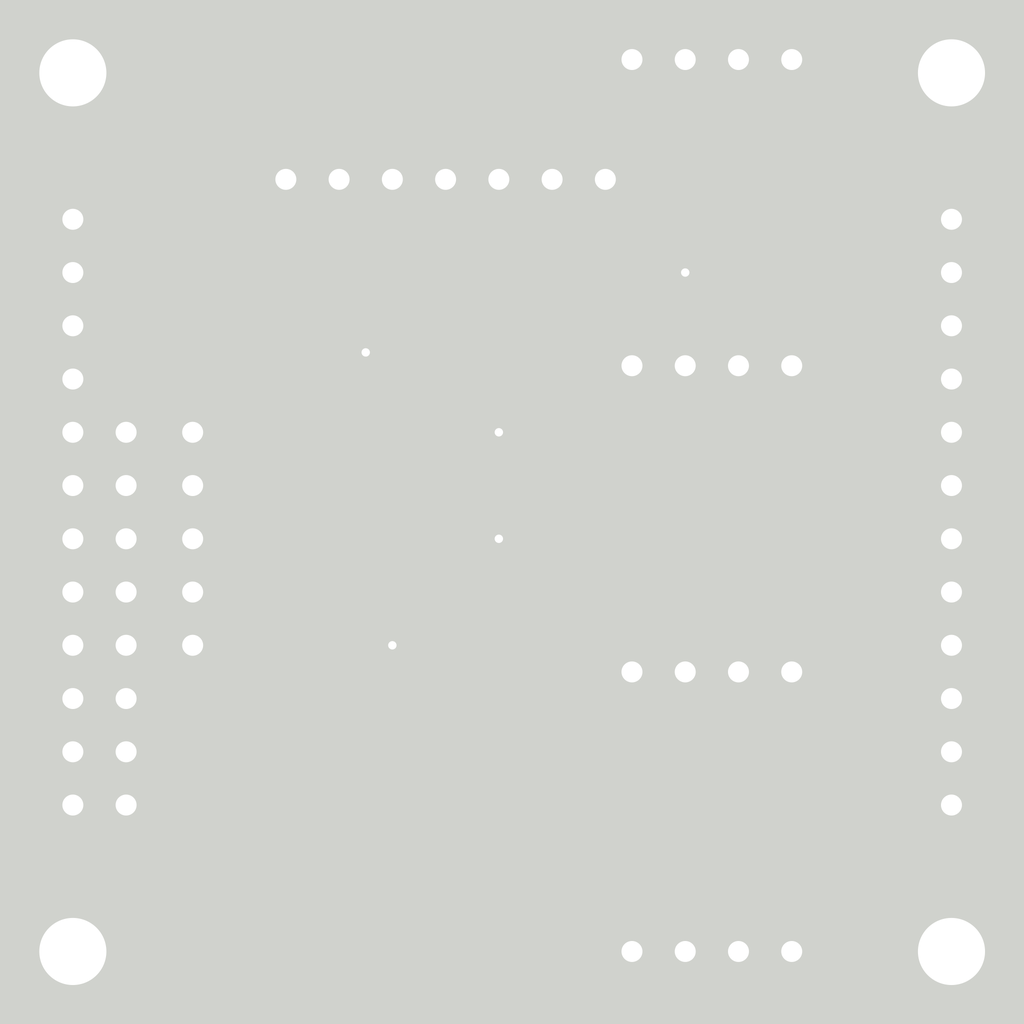
<source format=kicad_pcb>
(kicad_pcb (version 4) (host pcbnew 4.0.7+dfsg1-1~bpo9+1)

  (general
    (links 48)
    (no_connects 0)
    (area 0 0 0 0)
    (thickness 1.6)
    (drawings 20)
    (tracks 97)
    (zones 0)
    (modules 16)
    (nets 17)
  )

  (page A4)
  (layers
    (0 F.Cu signal)
    (31 B.Cu signal)
    (32 B.Adhes user)
    (33 F.Adhes user)
    (34 B.Paste user)
    (35 F.Paste user)
    (36 B.SilkS user)
    (37 F.SilkS user)
    (38 B.Mask user)
    (39 F.Mask user)
    (40 Dwgs.User user)
    (41 Cmts.User user)
    (42 Eco1.User user)
    (43 Eco2.User user)
    (44 Edge.Cuts user hide)
    (45 Margin user)
    (46 B.CrtYd user)
    (47 F.CrtYd user)
    (48 B.Fab user)
    (49 F.Fab user)
  )

  (setup
    (last_trace_width 0.25)
    (user_trace_width 0.5)
    (trace_clearance 0.2)
    (zone_clearance 0.508)
    (zone_45_only no)
    (trace_min 0.2)
    (segment_width 0.2)
    (edge_width 0.1)
    (via_size 0.6)
    (via_drill 0.4)
    (via_min_size 0.4)
    (via_min_drill 0.3)
    (uvia_size 0.3)
    (uvia_drill 0.1)
    (uvias_allowed no)
    (uvia_min_size 0.2)
    (uvia_min_drill 0.1)
    (pcb_text_width 0.3)
    (pcb_text_size 1.5 1.5)
    (mod_edge_width 0.15)
    (mod_text_size 1 1)
    (mod_text_width 0.15)
    (pad_size 1.5 1.5)
    (pad_drill 0.6)
    (pad_to_mask_clearance 0)
    (aux_axis_origin 0 0)
    (visible_elements FFFFFF7F)
    (pcbplotparams
      (layerselection 0x00030_80000001)
      (usegerberextensions false)
      (excludeedgelayer true)
      (linewidth 0.100000)
      (plotframeref false)
      (viasonmask false)
      (mode 1)
      (useauxorigin false)
      (hpglpennumber 1)
      (hpglpenspeed 20)
      (hpglpendiameter 15)
      (hpglpenoverlay 2)
      (psnegative false)
      (psa4output false)
      (plotreference true)
      (plotvalue true)
      (plotinvisibletext false)
      (padsonsilk false)
      (subtractmaskfromsilk false)
      (outputformat 1)
      (mirror false)
      (drillshape 1)
      (scaleselection 1)
      (outputdirectory ""))
  )

  (net 0 "")
  (net 1 /VIN)
  (net 2 /VCC)
  (net 3 /SCL)
  (net 4 /SDA)
  (net 5 /SCK)
  (net 6 /MOSI)
  (net 7 /RESET)
  (net 8 /DC)
  (net 9 /CS)
  (net 10 "Net-(J1-Pad1)")
  (net 11 "Net-(J1-Pad2)")
  (net 12 /MISO)
  (net 13 /D10)
  (net 14 /TXD)
  (net 15 /RXD)
  (net 16 /GND)

  (net_class Default "This is the default net class."
    (clearance 0.2)
    (trace_width 0.25)
    (via_dia 0.6)
    (via_drill 0.4)
    (uvia_dia 0.3)
    (uvia_drill 0.1)
    (add_net /CS)
    (add_net /D10)
    (add_net /DC)
    (add_net /GND)
    (add_net /MISO)
    (add_net /MOSI)
    (add_net /RESET)
    (add_net /RXD)
    (add_net /SCK)
    (add_net /SCL)
    (add_net /SDA)
    (add_net /TXD)
    (add_net /VCC)
    (add_net /VIN)
    (add_net "Net-(J1-Pad1)")
    (add_net "Net-(J1-Pad2)")
  )

  (module Socket_Strips:Socket_Strip_Straight_1x12_Pitch2.54mm (layer F.Cu) (tedit 5ACC9AA7) (tstamp 5ACC94B6)
    (at 128.27 93.345)
    (descr "Through hole straight socket strip, 1x12, 2.54mm pitch, single row")
    (tags "Through hole socket strip THT 1x12 2.54mm single row")
    (path /5ACC9378)
    (fp_text reference I1 (at 0 -2.33) (layer F.SilkS)
      (effects (font (size 1 1) (thickness 0.15)))
    )
    (fp_text value SerialInput (at 3.175 26.67 90) (layer F.Fab)
      (effects (font (size 1 1) (thickness 0.15)))
    )
    (fp_line (start -1.27 -1.27) (end -1.27 29.21) (layer F.Fab) (width 0.1))
    (fp_line (start -1.27 29.21) (end 1.27 29.21) (layer F.Fab) (width 0.1))
    (fp_line (start 1.27 29.21) (end 1.27 -1.27) (layer F.Fab) (width 0.1))
    (fp_line (start 1.27 -1.27) (end -1.27 -1.27) (layer F.Fab) (width 0.1))
    (fp_line (start -1.33 1.27) (end -1.33 29.27) (layer F.SilkS) (width 0.12))
    (fp_line (start -1.33 29.27) (end 1.33 29.27) (layer F.SilkS) (width 0.12))
    (fp_line (start 1.33 29.27) (end 1.33 1.27) (layer F.SilkS) (width 0.12))
    (fp_line (start 1.33 1.27) (end -1.33 1.27) (layer F.SilkS) (width 0.12))
    (fp_line (start -1.33 0) (end -1.33 -1.33) (layer F.SilkS) (width 0.12))
    (fp_line (start -1.33 -1.33) (end 0 -1.33) (layer F.SilkS) (width 0.12))
    (fp_line (start -1.8 -1.8) (end -1.8 29.75) (layer F.CrtYd) (width 0.05))
    (fp_line (start -1.8 29.75) (end 1.8 29.75) (layer F.CrtYd) (width 0.05))
    (fp_line (start 1.8 29.75) (end 1.8 -1.8) (layer F.CrtYd) (width 0.05))
    (fp_line (start 1.8 -1.8) (end -1.8 -1.8) (layer F.CrtYd) (width 0.05))
    (fp_text user %R (at 0 -2.33) (layer F.Fab)
      (effects (font (size 1 1) (thickness 0.15)))
    )
    (pad 1 thru_hole rect (at 0 0) (size 1.7 1.7) (drill 1) (layers *.Cu *.Mask)
      (net 1 /VIN))
    (pad 2 thru_hole oval (at 0 2.54) (size 1.7 1.7) (drill 1) (layers *.Cu *.Mask)
      (net 2 /VCC))
    (pad 3 thru_hole oval (at 0 5.08) (size 1.7 1.7) (drill 1) (layers *.Cu *.Mask)
      (net 16 /GND))
    (pad 4 thru_hole oval (at 0 7.62) (size 1.7 1.7) (drill 1) (layers *.Cu *.Mask))
    (pad 5 thru_hole oval (at 0 10.16) (size 1.7 1.7) (drill 1) (layers *.Cu *.Mask)
      (net 5 /SCK))
    (pad 6 thru_hole oval (at 0 12.7) (size 1.7 1.7) (drill 1) (layers *.Cu *.Mask)
      (net 12 /MISO))
    (pad 7 thru_hole oval (at 0 15.24) (size 1.7 1.7) (drill 1) (layers *.Cu *.Mask)
      (net 6 /MOSI))
    (pad 8 thru_hole oval (at 0 17.78) (size 1.7 1.7) (drill 1) (layers *.Cu *.Mask)
      (net 13 /D10))
    (pad 9 thru_hole oval (at 0 20.32) (size 1.7 1.7) (drill 1) (layers *.Cu *.Mask)
      (net 4 /SDA))
    (pad 10 thru_hole oval (at 0 22.86) (size 1.7 1.7) (drill 1) (layers *.Cu *.Mask)
      (net 3 /SCL))
    (pad 11 thru_hole oval (at 0 25.4) (size 1.7 1.7) (drill 1) (layers *.Cu *.Mask)
      (net 14 /TXD))
    (pad 12 thru_hole oval (at 0 27.94) (size 1.7 1.7) (drill 1) (layers *.Cu *.Mask)
      (net 15 /RXD))
    (model ${KISYS3DMOD}/Socket_Strips.3dshapes/Socket_Strip_Straight_1x12_Pitch2.54mm.wrl
      (at (xyz 0 -0.55 0))
      (scale (xyz 1 1 1))
      (rotate (xyz 0 0 270))
    )
  )

  (module Socket_Strips:Socket_Strip_Straight_1x12_Pitch2.54mm (layer F.Cu) (tedit 5ACC9A9D) (tstamp 5AC3D673)
    (at 170.18 93.345)
    (descr "Through hole straight socket strip, 1x12, 2.54mm pitch, single row")
    (tags "Through hole socket strip THT 1x12 2.54mm single row")
    (path /5ACC93A3)
    (fp_text reference O1 (at 0 -2.33) (layer F.SilkS)
      (effects (font (size 1 1) (thickness 0.15)))
    )
    (fp_text value SerialOutput (at 1.27 24.765 90) (layer F.Fab)
      (effects (font (size 1 1) (thickness 0.15)))
    )
    (fp_line (start -1.27 -1.27) (end -1.27 29.21) (layer F.Fab) (width 0.1))
    (fp_line (start -1.27 29.21) (end 1.27 29.21) (layer F.Fab) (width 0.1))
    (fp_line (start 1.27 29.21) (end 1.27 -1.27) (layer F.Fab) (width 0.1))
    (fp_line (start 1.27 -1.27) (end -1.27 -1.27) (layer F.Fab) (width 0.1))
    (fp_line (start -1.33 1.27) (end -1.33 29.27) (layer F.SilkS) (width 0.12))
    (fp_line (start -1.33 29.27) (end 1.33 29.27) (layer F.SilkS) (width 0.12))
    (fp_line (start 1.33 29.27) (end 1.33 1.27) (layer F.SilkS) (width 0.12))
    (fp_line (start 1.33 1.27) (end -1.33 1.27) (layer F.SilkS) (width 0.12))
    (fp_line (start -1.33 0) (end -1.33 -1.33) (layer F.SilkS) (width 0.12))
    (fp_line (start -1.33 -1.33) (end 0 -1.33) (layer F.SilkS) (width 0.12))
    (fp_line (start -1.8 -1.8) (end -1.8 29.75) (layer F.CrtYd) (width 0.05))
    (fp_line (start -1.8 29.75) (end 1.8 29.75) (layer F.CrtYd) (width 0.05))
    (fp_line (start 1.8 29.75) (end 1.8 -1.8) (layer F.CrtYd) (width 0.05))
    (fp_line (start 1.8 -1.8) (end -1.8 -1.8) (layer F.CrtYd) (width 0.05))
    (fp_text user %R (at 0 -2.33) (layer F.Fab)
      (effects (font (size 1 1) (thickness 0.15)))
    )
    (pad 1 thru_hole rect (at 0 0) (size 1.7 1.7) (drill 1) (layers *.Cu *.Mask)
      (net 1 /VIN))
    (pad 2 thru_hole oval (at 0 2.54) (size 1.7 1.7) (drill 1) (layers *.Cu *.Mask)
      (net 2 /VCC))
    (pad 3 thru_hole oval (at 0 5.08) (size 1.7 1.7) (drill 1) (layers *.Cu *.Mask)
      (net 16 /GND))
    (pad 4 thru_hole oval (at 0 7.62) (size 1.7 1.7) (drill 1) (layers *.Cu *.Mask))
    (pad 5 thru_hole oval (at 0 10.16) (size 1.7 1.7) (drill 1) (layers *.Cu *.Mask)
      (net 5 /SCK))
    (pad 6 thru_hole oval (at 0 12.7) (size 1.7 1.7) (drill 1) (layers *.Cu *.Mask)
      (net 12 /MISO))
    (pad 7 thru_hole oval (at 0 15.24) (size 1.7 1.7) (drill 1) (layers *.Cu *.Mask)
      (net 6 /MOSI))
    (pad 8 thru_hole oval (at 0 17.78) (size 1.7 1.7) (drill 1) (layers *.Cu *.Mask)
      (net 13 /D10))
    (pad 9 thru_hole oval (at 0 20.32) (size 1.7 1.7) (drill 1) (layers *.Cu *.Mask)
      (net 4 /SDA))
    (pad 10 thru_hole oval (at 0 22.86) (size 1.7 1.7) (drill 1) (layers *.Cu *.Mask)
      (net 3 /SCL))
    (pad 11 thru_hole oval (at 0 25.4) (size 1.7 1.7) (drill 1) (layers *.Cu *.Mask)
      (net 14 /TXD))
    (pad 12 thru_hole oval (at 0 27.94) (size 1.7 1.7) (drill 1) (layers *.Cu *.Mask)
      (net 15 /RXD))
    (model ${KISYS3DMOD}/Socket_Strips.3dshapes/Socket_Strip_Straight_1x12_Pitch2.54mm.wrl
      (at (xyz 0 -0.55 0))
      (scale (xyz 1 1 1))
      (rotate (xyz 0 0 270))
    )
  )

  (module Mounting_Holes:MountingHole_3.2mm_M3 (layer F.Cu) (tedit 5AC4CC02) (tstamp 5ACA4CBC)
    (at 128.27 86.36)
    (descr "Mounting Hole 3.2mm, no annular, M3")
    (tags "mounting hole 3.2mm no annular m3")
    (fp_text reference M3 (at 0 2.54) (layer F.Fab)
      (effects (font (size 1 1) (thickness 0.15)))
    )
    (fp_text value "" (at 0 4.2) (layer F.Fab) hide
      (effects (font (size 1 1) (thickness 0.15)))
    )
    (fp_circle (center 0 0) (end 3.2 0) (layer Cmts.User) (width 0.15))
    (fp_circle (center 0 0) (end 3.45 0) (layer F.CrtYd) (width 0.05))
    (pad 1 np_thru_hole circle (at 0 0) (size 3.2 3.2) (drill 3.2) (layers *.Cu *.Mask))
  )

  (module Mounting_Holes:MountingHole_3.2mm_M3 (layer F.Cu) (tedit 5AC4CC05) (tstamp 5ACA4CC9)
    (at 170.18 86.36)
    (descr "Mounting Hole 3.2mm, no annular, M3")
    (tags "mounting hole 3.2mm no annular m3")
    (fp_text reference M3 (at 0 2.54) (layer F.Fab)
      (effects (font (size 1 1) (thickness 0.15)))
    )
    (fp_text value "" (at 0 4.2) (layer F.Fab) hide
      (effects (font (size 1 1) (thickness 0.15)))
    )
    (fp_circle (center 0 0) (end 3.2 0) (layer Cmts.User) (width 0.15))
    (fp_circle (center 0 0) (end 3.45 0) (layer F.CrtYd) (width 0.05))
    (pad 1 np_thru_hole circle (at 0 0) (size 3.2 3.2) (drill 3.2) (layers *.Cu *.Mask))
  )

  (module Mounting_Holes:MountingHole_3.2mm_M3 (layer F.Cu) (tedit 5AC4CC09) (tstamp 5ACA4CD6)
    (at 170.18 128.27)
    (descr "Mounting Hole 3.2mm, no annular, M3")
    (tags "mounting hole 3.2mm no annular m3")
    (fp_text reference "" (at 0 -4.2) (layer F.SilkS) hide
      (effects (font (size 1 1) (thickness 0.15)))
    )
    (fp_text value M3 (at 0 -2.54) (layer F.Fab)
      (effects (font (size 1 1) (thickness 0.15)))
    )
    (fp_circle (center 0 0) (end 3.2 0) (layer Cmts.User) (width 0.15))
    (fp_circle (center 0 0) (end 3.45 0) (layer F.CrtYd) (width 0.05))
    (pad 1 np_thru_hole circle (at 0 0) (size 3.2 3.2) (drill 3.2) (layers *.Cu *.Mask))
  )

  (module Mounting_Holes:MountingHole_3.2mm_M3 (layer F.Cu) (tedit 5AC4CC0E) (tstamp 5ACA4CE3)
    (at 128.27 128.27)
    (descr "Mounting Hole 3.2mm, no annular, M3")
    (tags "mounting hole 3.2mm no annular m3")
    (fp_text reference "" (at 0 -4.2) (layer F.SilkS) hide
      (effects (font (size 1 1) (thickness 0.15)))
    )
    (fp_text value M3 (at 0 -2.54) (layer F.Fab)
      (effects (font (size 1 1) (thickness 0.15)))
    )
    (fp_circle (center 0 0) (end 3.2 0) (layer Cmts.User) (width 0.15))
    (fp_circle (center 0 0) (end 3.45 0) (layer F.CrtYd) (width 0.05))
    (pad 1 np_thru_hole circle (at 0 0) (size 3.2 3.2) (drill 3.2) (layers *.Cu *.Mask))
  )

  (module Socket_Strips:Socket_Strip_Straight_1x04_Pitch2.54mm (layer F.Cu) (tedit 5ACC9551) (tstamp 5ACC94EA)
    (at 154.94 100.33 90)
    (descr "Through hole straight socket strip, 1x04, 2.54mm pitch, single row")
    (tags "Through hole socket strip THT 1x04 2.54mm single row")
    (path /5ACC945F)
    (fp_text reference I2C1 (at 0 -2.33 90) (layer F.SilkS)
      (effects (font (size 1 1) (thickness 0.15)))
    )
    (fp_text value I2CHeader (at -2.54 6.985 180) (layer F.Fab)
      (effects (font (size 1 1) (thickness 0.15)))
    )
    (fp_line (start -1.27 -1.27) (end -1.27 8.89) (layer F.Fab) (width 0.1))
    (fp_line (start -1.27 8.89) (end 1.27 8.89) (layer F.Fab) (width 0.1))
    (fp_line (start 1.27 8.89) (end 1.27 -1.27) (layer F.Fab) (width 0.1))
    (fp_line (start 1.27 -1.27) (end -1.27 -1.27) (layer F.Fab) (width 0.1))
    (fp_line (start -1.33 1.27) (end -1.33 8.95) (layer F.SilkS) (width 0.12))
    (fp_line (start -1.33 8.95) (end 1.33 8.95) (layer F.SilkS) (width 0.12))
    (fp_line (start 1.33 8.95) (end 1.33 1.27) (layer F.SilkS) (width 0.12))
    (fp_line (start 1.33 1.27) (end -1.33 1.27) (layer F.SilkS) (width 0.12))
    (fp_line (start -1.33 0) (end -1.33 -1.33) (layer F.SilkS) (width 0.12))
    (fp_line (start -1.33 -1.33) (end 0 -1.33) (layer F.SilkS) (width 0.12))
    (fp_line (start -1.8 -1.8) (end -1.8 9.4) (layer F.CrtYd) (width 0.05))
    (fp_line (start -1.8 9.4) (end 1.8 9.4) (layer F.CrtYd) (width 0.05))
    (fp_line (start 1.8 9.4) (end 1.8 -1.8) (layer F.CrtYd) (width 0.05))
    (fp_line (start 1.8 -1.8) (end -1.8 -1.8) (layer F.CrtYd) (width 0.05))
    (fp_text user %R (at 0 -2.33 90) (layer F.Fab)
      (effects (font (size 1 1) (thickness 0.15)))
    )
    (pad 1 thru_hole rect (at 0 0 90) (size 1.7 1.7) (drill 1) (layers *.Cu *.Mask)
      (net 16 /GND))
    (pad 2 thru_hole oval (at 0 2.54 90) (size 1.7 1.7) (drill 1) (layers *.Cu *.Mask)
      (net 2 /VCC))
    (pad 3 thru_hole oval (at 0 5.08 90) (size 1.7 1.7) (drill 1) (layers *.Cu *.Mask)
      (net 3 /SCL))
    (pad 4 thru_hole oval (at 0 7.62 90) (size 1.7 1.7) (drill 1) (layers *.Cu *.Mask)
      (net 4 /SDA))
    (model ${KISYS3DMOD}/Socket_Strips.3dshapes/Socket_Strip_Straight_1x04_Pitch2.54mm.wrl
      (at (xyz 0 -0.15 0))
      (scale (xyz 1 1 1))
      (rotate (xyz 0 0 270))
    )
  )

  (module Socket_Strips:Socket_Strip_Straight_1x04_Pitch2.54mm (layer F.Cu) (tedit 5ACC954D) (tstamp 5ACC9501)
    (at 154.94 114.935 90)
    (descr "Through hole straight socket strip, 1x04, 2.54mm pitch, single row")
    (tags "Through hole socket strip THT 1x04 2.54mm single row")
    (path /5ACC94A1)
    (fp_text reference I2C2 (at 0 -2.33 90) (layer F.SilkS)
      (effects (font (size 1 1) (thickness 0.15)))
    )
    (fp_text value I2CHeader (at 2.54 7.62 180) (layer F.Fab)
      (effects (font (size 1 1) (thickness 0.15)))
    )
    (fp_line (start -1.27 -1.27) (end -1.27 8.89) (layer F.Fab) (width 0.1))
    (fp_line (start -1.27 8.89) (end 1.27 8.89) (layer F.Fab) (width 0.1))
    (fp_line (start 1.27 8.89) (end 1.27 -1.27) (layer F.Fab) (width 0.1))
    (fp_line (start 1.27 -1.27) (end -1.27 -1.27) (layer F.Fab) (width 0.1))
    (fp_line (start -1.33 1.27) (end -1.33 8.95) (layer F.SilkS) (width 0.12))
    (fp_line (start -1.33 8.95) (end 1.33 8.95) (layer F.SilkS) (width 0.12))
    (fp_line (start 1.33 8.95) (end 1.33 1.27) (layer F.SilkS) (width 0.12))
    (fp_line (start 1.33 1.27) (end -1.33 1.27) (layer F.SilkS) (width 0.12))
    (fp_line (start -1.33 0) (end -1.33 -1.33) (layer F.SilkS) (width 0.12))
    (fp_line (start -1.33 -1.33) (end 0 -1.33) (layer F.SilkS) (width 0.12))
    (fp_line (start -1.8 -1.8) (end -1.8 9.4) (layer F.CrtYd) (width 0.05))
    (fp_line (start -1.8 9.4) (end 1.8 9.4) (layer F.CrtYd) (width 0.05))
    (fp_line (start 1.8 9.4) (end 1.8 -1.8) (layer F.CrtYd) (width 0.05))
    (fp_line (start 1.8 -1.8) (end -1.8 -1.8) (layer F.CrtYd) (width 0.05))
    (fp_text user %R (at 0 -2.33 90) (layer F.Fab)
      (effects (font (size 1 1) (thickness 0.15)))
    )
    (pad 1 thru_hole rect (at 0 0 90) (size 1.7 1.7) (drill 1) (layers *.Cu *.Mask)
      (net 16 /GND))
    (pad 2 thru_hole oval (at 0 2.54 90) (size 1.7 1.7) (drill 1) (layers *.Cu *.Mask)
      (net 2 /VCC))
    (pad 3 thru_hole oval (at 0 5.08 90) (size 1.7 1.7) (drill 1) (layers *.Cu *.Mask)
      (net 3 /SCL))
    (pad 4 thru_hole oval (at 0 7.62 90) (size 1.7 1.7) (drill 1) (layers *.Cu *.Mask)
      (net 4 /SDA))
    (model ${KISYS3DMOD}/Socket_Strips.3dshapes/Socket_Strip_Straight_1x04_Pitch2.54mm.wrl
      (at (xyz 0 -0.15 0))
      (scale (xyz 1 1 1))
      (rotate (xyz 0 0 270))
    )
  )

  (module Socket_Strips:Socket_Strip_Straight_1x04_Pitch2.54mm (layer F.Cu) (tedit 5ACCA37B) (tstamp 5ACC9518)
    (at 154.94 85.725 90)
    (descr "Through hole straight socket strip, 1x04, 2.54mm pitch, single row")
    (tags "Through hole socket strip THT 1x04 2.54mm single row")
    (path /5ACC94BE)
    (fp_text reference I2C3 (at 0 -2.33 90) (layer F.SilkS)
      (effects (font (size 1 1) (thickness 0.15)))
    )
    (fp_text value I2CHeader (at -2.54 6.35 180) (layer F.Fab)
      (effects (font (size 1 1) (thickness 0.15)))
    )
    (fp_line (start -1.27 -1.27) (end -1.27 8.89) (layer F.Fab) (width 0.1))
    (fp_line (start -1.27 8.89) (end 1.27 8.89) (layer F.Fab) (width 0.1))
    (fp_line (start 1.27 8.89) (end 1.27 -1.27) (layer F.Fab) (width 0.1))
    (fp_line (start 1.27 -1.27) (end -1.27 -1.27) (layer F.Fab) (width 0.1))
    (fp_line (start -1.33 1.27) (end -1.33 8.95) (layer F.SilkS) (width 0.12))
    (fp_line (start -1.33 8.95) (end 1.33 8.95) (layer F.SilkS) (width 0.12))
    (fp_line (start 1.33 8.95) (end 1.33 1.27) (layer F.SilkS) (width 0.12))
    (fp_line (start 1.33 1.27) (end -1.33 1.27) (layer F.SilkS) (width 0.12))
    (fp_line (start -1.33 0) (end -1.33 -1.33) (layer F.SilkS) (width 0.12))
    (fp_line (start -1.33 -1.33) (end 0 -1.33) (layer F.SilkS) (width 0.12))
    (fp_line (start -1.8 -1.8) (end -1.8 9.4) (layer F.CrtYd) (width 0.05))
    (fp_line (start -1.8 9.4) (end 1.8 9.4) (layer F.CrtYd) (width 0.05))
    (fp_line (start 1.8 9.4) (end 1.8 -1.8) (layer F.CrtYd) (width 0.05))
    (fp_line (start 1.8 -1.8) (end -1.8 -1.8) (layer F.CrtYd) (width 0.05))
    (fp_text user %R (at 0 -2.33 90) (layer F.Fab)
      (effects (font (size 1 1) (thickness 0.15)))
    )
    (pad 1 thru_hole rect (at 0 0 90) (size 1.7 1.7) (drill 1) (layers *.Cu *.Mask)
      (net 16 /GND))
    (pad 2 thru_hole oval (at 0 2.54 90) (size 1.7 1.7) (drill 1) (layers *.Cu *.Mask)
      (net 2 /VCC))
    (pad 3 thru_hole oval (at 0 5.08 90) (size 1.7 1.7) (drill 1) (layers *.Cu *.Mask)
      (net 3 /SCL))
    (pad 4 thru_hole oval (at 0 7.62 90) (size 1.7 1.7) (drill 1) (layers *.Cu *.Mask)
      (net 4 /SDA))
    (model ${KISYS3DMOD}/Socket_Strips.3dshapes/Socket_Strip_Straight_1x04_Pitch2.54mm.wrl
      (at (xyz 0 -0.15 0))
      (scale (xyz 1 1 1))
      (rotate (xyz 0 0 270))
    )
  )

  (module Socket_Strips:Socket_Strip_Straight_1x04_Pitch2.54mm (layer F.Cu) (tedit 5ACC9547) (tstamp 5ACC952F)
    (at 154.94 128.27 90)
    (descr "Through hole straight socket strip, 1x04, 2.54mm pitch, single row")
    (tags "Through hole socket strip THT 1x04 2.54mm single row")
    (path /5ACC94F5)
    (fp_text reference I2C4 (at 0 -2.33 90) (layer F.SilkS)
      (effects (font (size 1 1) (thickness 0.15)))
    )
    (fp_text value I2CHeader (at 2.54 6.985 180) (layer F.Fab)
      (effects (font (size 1 1) (thickness 0.15)))
    )
    (fp_line (start -1.27 -1.27) (end -1.27 8.89) (layer F.Fab) (width 0.1))
    (fp_line (start -1.27 8.89) (end 1.27 8.89) (layer F.Fab) (width 0.1))
    (fp_line (start 1.27 8.89) (end 1.27 -1.27) (layer F.Fab) (width 0.1))
    (fp_line (start 1.27 -1.27) (end -1.27 -1.27) (layer F.Fab) (width 0.1))
    (fp_line (start -1.33 1.27) (end -1.33 8.95) (layer F.SilkS) (width 0.12))
    (fp_line (start -1.33 8.95) (end 1.33 8.95) (layer F.SilkS) (width 0.12))
    (fp_line (start 1.33 8.95) (end 1.33 1.27) (layer F.SilkS) (width 0.12))
    (fp_line (start 1.33 1.27) (end -1.33 1.27) (layer F.SilkS) (width 0.12))
    (fp_line (start -1.33 0) (end -1.33 -1.33) (layer F.SilkS) (width 0.12))
    (fp_line (start -1.33 -1.33) (end 0 -1.33) (layer F.SilkS) (width 0.12))
    (fp_line (start -1.8 -1.8) (end -1.8 9.4) (layer F.CrtYd) (width 0.05))
    (fp_line (start -1.8 9.4) (end 1.8 9.4) (layer F.CrtYd) (width 0.05))
    (fp_line (start 1.8 9.4) (end 1.8 -1.8) (layer F.CrtYd) (width 0.05))
    (fp_line (start 1.8 -1.8) (end -1.8 -1.8) (layer F.CrtYd) (width 0.05))
    (fp_text user %R (at 0 -2.33 90) (layer F.Fab)
      (effects (font (size 1 1) (thickness 0.15)))
    )
    (pad 1 thru_hole rect (at 0 0 90) (size 1.7 1.7) (drill 1) (layers *.Cu *.Mask)
      (net 16 /GND))
    (pad 2 thru_hole oval (at 0 2.54 90) (size 1.7 1.7) (drill 1) (layers *.Cu *.Mask)
      (net 2 /VCC))
    (pad 3 thru_hole oval (at 0 5.08 90) (size 1.7 1.7) (drill 1) (layers *.Cu *.Mask)
      (net 3 /SCL))
    (pad 4 thru_hole oval (at 0 7.62 90) (size 1.7 1.7) (drill 1) (layers *.Cu *.Mask)
      (net 4 /SDA))
    (model ${KISYS3DMOD}/Socket_Strips.3dshapes/Socket_Strip_Straight_1x04_Pitch2.54mm.wrl
      (at (xyz 0 -0.15 0))
      (scale (xyz 1 1 1))
      (rotate (xyz 0 0 270))
    )
  )

  (module Pin_Headers:Pin_Header_Straight_1x08_Pitch2.54mm (layer F.Cu) (tedit 5ACC9AA2) (tstamp 5ACC9A01)
    (at 130.81 103.505)
    (descr "Through hole straight pin header, 1x08, 2.54mm pitch, single row")
    (tags "Through hole pin header THT 1x08 2.54mm single row")
    (path /5ACC9C8E)
    (fp_text reference H1 (at 0 -2.33) (layer F.SilkS)
      (effects (font (size 1 1) (thickness 0.15)))
    )
    (fp_text value Headers8L (at -2.54 15.875 90) (layer F.Fab)
      (effects (font (size 1 1) (thickness 0.15)))
    )
    (fp_line (start -0.635 -1.27) (end 1.27 -1.27) (layer F.Fab) (width 0.1))
    (fp_line (start 1.27 -1.27) (end 1.27 19.05) (layer F.Fab) (width 0.1))
    (fp_line (start 1.27 19.05) (end -1.27 19.05) (layer F.Fab) (width 0.1))
    (fp_line (start -1.27 19.05) (end -1.27 -0.635) (layer F.Fab) (width 0.1))
    (fp_line (start -1.27 -0.635) (end -0.635 -1.27) (layer F.Fab) (width 0.1))
    (fp_line (start -1.33 19.11) (end 1.33 19.11) (layer F.SilkS) (width 0.12))
    (fp_line (start -1.33 1.27) (end -1.33 19.11) (layer F.SilkS) (width 0.12))
    (fp_line (start 1.33 1.27) (end 1.33 19.11) (layer F.SilkS) (width 0.12))
    (fp_line (start -1.33 1.27) (end 1.33 1.27) (layer F.SilkS) (width 0.12))
    (fp_line (start -1.33 0) (end -1.33 -1.33) (layer F.SilkS) (width 0.12))
    (fp_line (start -1.33 -1.33) (end 0 -1.33) (layer F.SilkS) (width 0.12))
    (fp_line (start -1.8 -1.8) (end -1.8 19.55) (layer F.CrtYd) (width 0.05))
    (fp_line (start -1.8 19.55) (end 1.8 19.55) (layer F.CrtYd) (width 0.05))
    (fp_line (start 1.8 19.55) (end 1.8 -1.8) (layer F.CrtYd) (width 0.05))
    (fp_line (start 1.8 -1.8) (end -1.8 -1.8) (layer F.CrtYd) (width 0.05))
    (fp_text user %R (at 0 8.89 90) (layer F.Fab)
      (effects (font (size 1 1) (thickness 0.15)))
    )
    (pad 1 thru_hole rect (at 0 0) (size 1.7 1.7) (drill 1) (layers *.Cu *.Mask)
      (net 5 /SCK))
    (pad 2 thru_hole oval (at 0 2.54) (size 1.7 1.7) (drill 1) (layers *.Cu *.Mask)
      (net 12 /MISO))
    (pad 3 thru_hole oval (at 0 5.08) (size 1.7 1.7) (drill 1) (layers *.Cu *.Mask)
      (net 6 /MOSI))
    (pad 4 thru_hole oval (at 0 7.62) (size 1.7 1.7) (drill 1) (layers *.Cu *.Mask)
      (net 13 /D10))
    (pad 5 thru_hole oval (at 0 10.16) (size 1.7 1.7) (drill 1) (layers *.Cu *.Mask)
      (net 4 /SDA))
    (pad 6 thru_hole oval (at 0 12.7) (size 1.7 1.7) (drill 1) (layers *.Cu *.Mask)
      (net 3 /SCL))
    (pad 7 thru_hole oval (at 0 15.24) (size 1.7 1.7) (drill 1) (layers *.Cu *.Mask)
      (net 14 /TXD))
    (pad 8 thru_hole oval (at 0 17.78) (size 1.7 1.7) (drill 1) (layers *.Cu *.Mask)
      (net 15 /RXD))
    (model ${KISYS3DMOD}/Pin_Headers.3dshapes/Pin_Header_Straight_1x08_Pitch2.54mm.wrl
      (at (xyz 0 0 0))
      (scale (xyz 1 1 1))
      (rotate (xyz 0 0 0))
    )
  )

  (module Pin_Headers:Pin_Header_Straight_1x07_Pitch2.54mm (layer F.Cu) (tedit 5ACC9A93) (tstamp 5ACC9A92)
    (at 138.43 91.44 90)
    (descr "Through hole straight pin header, 1x07, 2.54mm pitch, single row")
    (tags "Through hole pin header THT 1x07 2.54mm single row")
    (path /5ACC9E10)
    (fp_text reference J2 (at 0 -2.33 90) (layer F.SilkS)
      (effects (font (size 1 1) (thickness 0.15)))
    )
    (fp_text value Conn_01x07 (at 2.54 14.605 180) (layer F.Fab)
      (effects (font (size 1 1) (thickness 0.15)))
    )
    (fp_line (start -0.635 -1.27) (end 1.27 -1.27) (layer F.Fab) (width 0.1))
    (fp_line (start 1.27 -1.27) (end 1.27 16.51) (layer F.Fab) (width 0.1))
    (fp_line (start 1.27 16.51) (end -1.27 16.51) (layer F.Fab) (width 0.1))
    (fp_line (start -1.27 16.51) (end -1.27 -0.635) (layer F.Fab) (width 0.1))
    (fp_line (start -1.27 -0.635) (end -0.635 -1.27) (layer F.Fab) (width 0.1))
    (fp_line (start -1.33 16.57) (end 1.33 16.57) (layer F.SilkS) (width 0.12))
    (fp_line (start -1.33 1.27) (end -1.33 16.57) (layer F.SilkS) (width 0.12))
    (fp_line (start 1.33 1.27) (end 1.33 16.57) (layer F.SilkS) (width 0.12))
    (fp_line (start -1.33 1.27) (end 1.33 1.27) (layer F.SilkS) (width 0.12))
    (fp_line (start -1.33 0) (end -1.33 -1.33) (layer F.SilkS) (width 0.12))
    (fp_line (start -1.33 -1.33) (end 0 -1.33) (layer F.SilkS) (width 0.12))
    (fp_line (start -1.8 -1.8) (end -1.8 17.05) (layer F.CrtYd) (width 0.05))
    (fp_line (start -1.8 17.05) (end 1.8 17.05) (layer F.CrtYd) (width 0.05))
    (fp_line (start 1.8 17.05) (end 1.8 -1.8) (layer F.CrtYd) (width 0.05))
    (fp_line (start 1.8 -1.8) (end -1.8 -1.8) (layer F.CrtYd) (width 0.05))
    (fp_text user %R (at 0 7.62 180) (layer F.Fab)
      (effects (font (size 1 1) (thickness 0.15)))
    )
    (pad 1 thru_hole rect (at 0 0 90) (size 1.7 1.7) (drill 1) (layers *.Cu *.Mask)
      (net 16 /GND))
    (pad 2 thru_hole oval (at 0 2.54 90) (size 1.7 1.7) (drill 1) (layers *.Cu *.Mask)
      (net 2 /VCC))
    (pad 3 thru_hole oval (at 0 5.08 90) (size 1.7 1.7) (drill 1) (layers *.Cu *.Mask)
      (net 10 "Net-(J1-Pad1)"))
    (pad 4 thru_hole oval (at 0 7.62 90) (size 1.7 1.7) (drill 1) (layers *.Cu *.Mask)
      (net 11 "Net-(J1-Pad2)"))
    (pad 5 thru_hole oval (at 0 10.16 90) (size 1.7 1.7) (drill 1) (layers *.Cu *.Mask)
      (net 7 /RESET))
    (pad 6 thru_hole oval (at 0 12.7 90) (size 1.7 1.7) (drill 1) (layers *.Cu *.Mask)
      (net 8 /DC))
    (pad 7 thru_hole oval (at 0 15.24 90) (size 1.7 1.7) (drill 1) (layers *.Cu *.Mask)
      (net 9 /CS))
    (model ${KISYS3DMOD}/Pin_Headers.3dshapes/Pin_Header_Straight_1x07_Pitch2.54mm.wrl
      (at (xyz 0 0 0))
      (scale (xyz 1 1 1))
      (rotate (xyz 0 0 0))
    )
  )

  (module Pin_Headers:Pin_Header_Straight_1x05_Pitch2.54mm (layer F.Cu) (tedit 5ACC9A97) (tstamp 5ACC9AAB)
    (at 133.985 103.505)
    (descr "Through hole straight pin header, 1x05, 2.54mm pitch, single row")
    (tags "Through hole pin header THT 1x05 2.54mm single row")
    (path /5ACC9FB5)
    (fp_text reference J1 (at 0 -2.33) (layer F.SilkS)
      (effects (font (size 1 1) (thickness 0.15)))
    )
    (fp_text value Conn_01x05 (at 2.54 9.525 90) (layer F.Fab)
      (effects (font (size 1 1) (thickness 0.15)))
    )
    (fp_line (start -0.635 -1.27) (end 1.27 -1.27) (layer F.Fab) (width 0.1))
    (fp_line (start 1.27 -1.27) (end 1.27 11.43) (layer F.Fab) (width 0.1))
    (fp_line (start 1.27 11.43) (end -1.27 11.43) (layer F.Fab) (width 0.1))
    (fp_line (start -1.27 11.43) (end -1.27 -0.635) (layer F.Fab) (width 0.1))
    (fp_line (start -1.27 -0.635) (end -0.635 -1.27) (layer F.Fab) (width 0.1))
    (fp_line (start -1.33 11.49) (end 1.33 11.49) (layer F.SilkS) (width 0.12))
    (fp_line (start -1.33 1.27) (end -1.33 11.49) (layer F.SilkS) (width 0.12))
    (fp_line (start 1.33 1.27) (end 1.33 11.49) (layer F.SilkS) (width 0.12))
    (fp_line (start -1.33 1.27) (end 1.33 1.27) (layer F.SilkS) (width 0.12))
    (fp_line (start -1.33 0) (end -1.33 -1.33) (layer F.SilkS) (width 0.12))
    (fp_line (start -1.33 -1.33) (end 0 -1.33) (layer F.SilkS) (width 0.12))
    (fp_line (start -1.8 -1.8) (end -1.8 11.95) (layer F.CrtYd) (width 0.05))
    (fp_line (start -1.8 11.95) (end 1.8 11.95) (layer F.CrtYd) (width 0.05))
    (fp_line (start 1.8 11.95) (end 1.8 -1.8) (layer F.CrtYd) (width 0.05))
    (fp_line (start 1.8 -1.8) (end -1.8 -1.8) (layer F.CrtYd) (width 0.05))
    (fp_text user %R (at 0 5.08 90) (layer F.Fab)
      (effects (font (size 1 1) (thickness 0.15)))
    )
    (pad 1 thru_hole rect (at 0 0) (size 1.7 1.7) (drill 1) (layers *.Cu *.Mask)
      (net 10 "Net-(J1-Pad1)"))
    (pad 2 thru_hole oval (at 0 2.54) (size 1.7 1.7) (drill 1) (layers *.Cu *.Mask)
      (net 11 "Net-(J1-Pad2)"))
    (pad 3 thru_hole oval (at 0 5.08) (size 1.7 1.7) (drill 1) (layers *.Cu *.Mask)
      (net 7 /RESET))
    (pad 4 thru_hole oval (at 0 7.62) (size 1.7 1.7) (drill 1) (layers *.Cu *.Mask)
      (net 8 /DC))
    (pad 5 thru_hole oval (at 0 10.16) (size 1.7 1.7) (drill 1) (layers *.Cu *.Mask)
      (net 9 /CS))
    (model ${KISYS3DMOD}/Pin_Headers.3dshapes/Pin_Header_Straight_1x05_Pitch2.54mm.wrl
      (at (xyz 0 0 0))
      (scale (xyz 1 1 1))
      (rotate (xyz 0 0 0))
    )
  )

  (module Connectors:GS2 (layer F.Cu) (tedit 5ACC9EE0) (tstamp 5ACC9BE1)
    (at 132.715 100.33 270)
    (descr "2-pin solder bridge")
    (tags "solder bridge")
    (path /5ACCA2F7)
    (attr smd)
    (fp_text reference J3 (at 1.78 0 360) (layer F.Fab)
      (effects (font (size 1 1) (thickness 0.15)))
    )
    (fp_text value GS2 (at -1.8 0 360) (layer F.Fab)
      (effects (font (size 1 1) (thickness 0.15)))
    )
    (fp_line (start 1.1 -1.45) (end 1.1 1.5) (layer F.CrtYd) (width 0.05))
    (fp_line (start 1.1 1.5) (end -1.1 1.5) (layer F.CrtYd) (width 0.05))
    (fp_line (start -1.1 1.5) (end -1.1 -1.45) (layer F.CrtYd) (width 0.05))
    (fp_line (start -1.1 -1.45) (end 1.1 -1.45) (layer F.CrtYd) (width 0.05))
    (fp_line (start -0.89 -1.27) (end -0.89 1.27) (layer F.SilkS) (width 0.12))
    (fp_line (start 0.89 1.27) (end 0.89 -1.27) (layer F.SilkS) (width 0.12))
    (fp_line (start 0.89 1.27) (end -0.89 1.27) (layer F.SilkS) (width 0.12))
    (fp_line (start -0.89 -1.27) (end 0.89 -1.27) (layer F.SilkS) (width 0.12))
    (pad 1 smd rect (at 0 -0.64 270) (size 1.27 0.97) (layers F.Cu F.Paste F.Mask)
      (net 10 "Net-(J1-Pad1)"))
    (pad 2 smd rect (at 0 0.64 270) (size 1.27 0.97) (layers F.Cu F.Paste F.Mask)
      (net 5 /SCK))
  )

  (module Connectors:GS2 (layer F.Cu) (tedit 5ACC9EE5) (tstamp 5ACC9BEF)
    (at 146.05 109.22)
    (descr "2-pin solder bridge")
    (tags "solder bridge")
    (path /5ACCA278)
    (attr smd)
    (fp_text reference J4 (at 1.78 0 90) (layer F.Fab)
      (effects (font (size 1 1) (thickness 0.15)))
    )
    (fp_text value GS2 (at -1.8 0 90) (layer F.Fab)
      (effects (font (size 1 1) (thickness 0.15)))
    )
    (fp_line (start 1.1 -1.45) (end 1.1 1.5) (layer F.CrtYd) (width 0.05))
    (fp_line (start 1.1 1.5) (end -1.1 1.5) (layer F.CrtYd) (width 0.05))
    (fp_line (start -1.1 1.5) (end -1.1 -1.45) (layer F.CrtYd) (width 0.05))
    (fp_line (start -1.1 -1.45) (end 1.1 -1.45) (layer F.CrtYd) (width 0.05))
    (fp_line (start -0.89 -1.27) (end -0.89 1.27) (layer F.SilkS) (width 0.12))
    (fp_line (start 0.89 1.27) (end 0.89 -1.27) (layer F.SilkS) (width 0.12))
    (fp_line (start 0.89 1.27) (end -0.89 1.27) (layer F.SilkS) (width 0.12))
    (fp_line (start -0.89 -1.27) (end 0.89 -1.27) (layer F.SilkS) (width 0.12))
    (pad 1 smd rect (at 0 -0.64) (size 1.27 0.97) (layers F.Cu F.Paste F.Mask)
      (net 11 "Net-(J1-Pad2)"))
    (pad 2 smd rect (at 0 0.64) (size 1.27 0.97) (layers F.Cu F.Paste F.Mask)
      (net 6 /MOSI))
  )

  (module Connectors:GS2 (layer F.Cu) (tedit 5ACC9EEA) (tstamp 5ACC9E5D)
    (at 140.97 113.665 90)
    (descr "2-pin solder bridge")
    (tags "solder bridge")
    (path /5ACCA665)
    (attr smd)
    (fp_text reference J5 (at 1.78 0 180) (layer F.Fab)
      (effects (font (size 1 1) (thickness 0.15)))
    )
    (fp_text value GS2 (at -1.8 0 180) (layer F.Fab)
      (effects (font (size 1 1) (thickness 0.15)))
    )
    (fp_line (start 1.1 -1.45) (end 1.1 1.5) (layer F.CrtYd) (width 0.05))
    (fp_line (start 1.1 1.5) (end -1.1 1.5) (layer F.CrtYd) (width 0.05))
    (fp_line (start -1.1 1.5) (end -1.1 -1.45) (layer F.CrtYd) (width 0.05))
    (fp_line (start -1.1 -1.45) (end 1.1 -1.45) (layer F.CrtYd) (width 0.05))
    (fp_line (start -0.89 -1.27) (end -0.89 1.27) (layer F.SilkS) (width 0.12))
    (fp_line (start 0.89 1.27) (end 0.89 -1.27) (layer F.SilkS) (width 0.12))
    (fp_line (start 0.89 1.27) (end -0.89 1.27) (layer F.SilkS) (width 0.12))
    (fp_line (start -0.89 -1.27) (end 0.89 -1.27) (layer F.SilkS) (width 0.12))
    (pad 1 smd rect (at 0 -0.64 90) (size 1.27 0.97) (layers F.Cu F.Paste F.Mask)
      (net 9 /CS))
    (pad 2 smd rect (at 0 0.64 90) (size 1.27 0.97) (layers F.Cu F.Paste F.Mask)
      (net 16 /GND))
  )

  (gr_text SCK (at 132.715 97.79) (layer F.SilkS)
    (effects (font (size 1 1) (thickness 0.2)))
  )
  (gr_text I²C (at 158.75 107.315) (layer F.SilkS)
    (effects (font (size 1.5 1.5) (thickness 0.3)))
  )
  (gr_text "SPI OLED" (at 145.415 88.265) (layer F.SilkS)
    (effects (font (size 1.5 1.5) (thickness 0.3)))
  )
  (gr_text CS (at 153.67 93.345 270) (layer F.SilkS)
    (effects (font (size 1.5 1.5) (thickness 0.3)) (justify left))
  )
  (gr_text DC (at 151.13 93.345 270) (layer F.SilkS)
    (effects (font (size 1.5 1.5) (thickness 0.3)) (justify left))
  )
  (gr_text RESET (at 148.59 93.345 270) (layer F.SilkS)
    (effects (font (size 1.5 1.5) (thickness 0.3)) (justify left))
  )
  (gr_text MOSI (at 146.05 93.345 270) (layer F.SilkS)
    (effects (font (size 1.5 1.5) (thickness 0.3)) (justify left))
  )
  (gr_text SCK (at 143.51 93.345 270) (layer F.SilkS)
    (effects (font (size 1.5 1.5) (thickness 0.3)) (justify left))
  )
  (gr_text SCK (at 136.525 103.505) (layer F.SilkS)
    (effects (font (size 1.5 1.5) (thickness 0.3)) (justify left))
  )
  (gr_text MOSI (at 136.525 106.045) (layer F.SilkS)
    (effects (font (size 1.5 1.5) (thickness 0.3)) (justify left))
  )
  (gr_text RESET (at 136.525 108.585) (layer F.SilkS)
    (effects (font (size 1.5 1.5) (thickness 0.3)) (justify left))
  )
  (gr_text "I²C & SPI v1.0\nhttp://nickthecoder.co.uk" (at 134.62 119.38) (layer F.SilkS)
    (effects (font (size 1.5 1.5) (thickness 0.3)) (justify left))
  )
  (gr_text MOSI (at 150.495 108.585) (layer F.SilkS)
    (effects (font (size 1 1) (thickness 0.2)))
  )
  (gr_text CS=GND (at 146.685 113.665) (layer F.SilkS)
    (effects (font (size 1 1) (thickness 0.2)))
  )
  (gr_text CS (at 136.525 113.665) (layer F.SilkS)
    (effects (font (size 1.5 1.5) (thickness 0.3)) (justify left))
  )
  (gr_text DC (at 136.525 111.125) (layer F.SilkS)
    (effects (font (size 1.5 1.5) (thickness 0.3)) (justify left))
  )
  (gr_text SDA (at 162.56 124.46 90) (layer F.SilkS)
    (effects (font (size 1.5 1.5) (thickness 0.3)))
  )
  (gr_text SCL (at 160.02 124.46 90) (layer F.SilkS)
    (effects (font (size 1.5 1.5) (thickness 0.3)))
  )
  (gr_text VCC (at 157.48 124.46 90) (layer F.SilkS)
    (effects (font (size 1.5 1.5) (thickness 0.3)))
  )
  (gr_text GND (at 154.94 124.46 90) (layer F.SilkS)
    (effects (font (size 1.5 1.5) (thickness 0.3)))
  )

  (segment (start 128.27 93.345) (end 170.18 93.345) (width 0.5) (layer F.Cu) (net 1) (status 30))
  (segment (start 128.27 93.345) (end 128.905 93.345) (width 0.5) (layer F.Cu) (net 1) (status 30))
  (segment (start 157.48 100.33) (end 157.48 114.935) (width 0.5) (layer B.Cu) (net 2))
  (segment (start 157.48 95.885) (end 157.48 100.33) (width 0.5) (layer B.Cu) (net 2))
  (via (at 157.48 95.885) (size 0.6) (drill 0.4) (layers F.Cu B.Cu) (net 2))
  (segment (start 128.27 95.885) (end 138.43 95.885) (width 0.5) (layer B.Cu) (net 2))
  (segment (start 140.97 93.345) (end 140.97 91.44) (width 0.5) (layer B.Cu) (net 2) (tstamp 5ACCA416))
  (segment (start 138.43 95.885) (end 140.97 93.345) (width 0.5) (layer B.Cu) (net 2) (tstamp 5ACCA414))
  (segment (start 157.48 95.885) (end 157.48 85.725) (width 0.5) (layer B.Cu) (net 2) (tstamp 5ACCA66C))
  (segment (start 157.48 128.27) (end 157.48 114.935) (width 0.5) (layer B.Cu) (net 2))
  (segment (start 170.18 95.885) (end 157.48 95.885) (width 0.5) (layer F.Cu) (net 2) (tstamp 5ACC9610) (status 30))
  (segment (start 157.48 95.885) (end 128.27 95.885) (width 0.5) (layer F.Cu) (net 2) (tstamp 5ACCA667) (status 30))
  (segment (start 160.02 114.935) (end 158.75 116.205) (width 0.25) (layer F.Cu) (net 3))
  (segment (start 130.81 116.205) (end 158.75 116.205) (width 0.25) (layer F.Cu) (net 3))
  (segment (start 158.75 116.205) (end 170.18 116.205) (width 0.25) (layer F.Cu) (net 3) (tstamp 5ACCA660))
  (segment (start 160.02 100.33) (end 160.02 114.935) (width 0.25) (layer B.Cu) (net 3))
  (segment (start 160.02 85.725) (end 160.02 100.33) (width 0.25) (layer B.Cu) (net 3))
  (segment (start 160.02 128.27) (end 160.02 114.935) (width 0.25) (layer B.Cu) (net 3))
  (segment (start 128.27 116.205) (end 130.81 116.205) (width 0.25) (layer F.Cu) (net 3))
  (segment (start 162.56 114.935) (end 161.29 113.665) (width 0.25) (layer F.Cu) (net 4))
  (segment (start 146.05 114.935) (end 149.86 114.935) (width 0.25) (layer F.Cu) (net 4))
  (segment (start 146.05 114.935) (end 132.08 114.935) (width 0.25) (layer F.Cu) (net 4) (tstamp 5ACCA44F))
  (segment (start 132.08 114.935) (end 130.81 113.665) (width 0.25) (layer F.Cu) (net 4) (tstamp 5ACCA451))
  (segment (start 161.29 113.665) (end 152.4 113.665) (width 0.25) (layer F.Cu) (net 4) (tstamp 5ACCA657))
  (segment (start 149.86 114.935) (end 151.765 114.935) (width 0.25) (layer F.Cu) (net 4) (tstamp 5ACCA482))
  (segment (start 151.765 114.935) (end 153.035 113.665) (width 0.25) (layer F.Cu) (net 4) (tstamp 5ACCA483))
  (segment (start 153.035 113.665) (end 152.4 113.665) (width 0.25) (layer F.Cu) (net 4) (tstamp 5ACCA485))
  (segment (start 170.18 113.665) (end 161.29 113.665) (width 0.25) (layer F.Cu) (net 4))
  (segment (start 162.56 100.33) (end 162.56 85.725) (width 0.25) (layer B.Cu) (net 4))
  (segment (start 162.56 114.935) (end 162.56 100.33) (width 0.25) (layer B.Cu) (net 4))
  (segment (start 162.56 128.27) (end 162.56 114.935) (width 0.25) (layer B.Cu) (net 4))
  (segment (start 128.27 113.665) (end 130.81 113.665) (width 0.25) (layer F.Cu) (net 4))
  (segment (start 130.81 103.505) (end 130.81 101.595) (width 0.25) (layer F.Cu) (net 5))
  (segment (start 130.81 101.595) (end 132.075 100.33) (width 0.25) (layer F.Cu) (net 5) (tstamp 5ACCA5BA))
  (segment (start 146.05 104.775) (end 152.4 104.775) (width 0.25) (layer F.Cu) (net 5))
  (segment (start 152.4 104.775) (end 153.67 103.505) (width 0.25) (layer F.Cu) (net 5) (tstamp 5ACCA49E))
  (segment (start 170.18 103.505) (end 153.67 103.505) (width 0.25) (layer F.Cu) (net 5))
  (segment (start 132.08 104.775) (end 130.81 103.505) (width 0.25) (layer F.Cu) (net 5) (tstamp 5ACCA46A))
  (segment (start 146.05 104.775) (end 132.08 104.775) (width 0.25) (layer F.Cu) (net 5) (tstamp 5ACCA469))
  (segment (start 128.27 103.505) (end 130.81 103.505) (width 0.25) (layer F.Cu) (net 5))
  (segment (start 128.275 103.51) (end 128.27 103.505) (width 0.25) (layer F.Cu) (net 5) (tstamp 5ACC9CF6) (status 30))
  (segment (start 167.635 103.51) (end 167.64 103.505) (width 0.25) (layer F.Cu) (net 5) (tstamp 5ACC9CF3))
  (segment (start 167.64 103.505) (end 170.18 103.505) (width 0.25) (layer F.Cu) (net 5) (status 20))
  (segment (start 167.635 103.51) (end 167.64 103.505) (width 0.25) (layer F.Cu) (net 5) (tstamp 5ACC9C76))
  (segment (start 146.05 109.855) (end 152.4 109.855) (width 0.25) (layer F.Cu) (net 6))
  (segment (start 152.4 109.855) (end 153.67 108.585) (width 0.25) (layer F.Cu) (net 6) (tstamp 5ACCA492))
  (segment (start 170.18 108.585) (end 153.67 108.585) (width 0.25) (layer F.Cu) (net 6))
  (segment (start 132.08 109.855) (end 130.81 108.585) (width 0.25) (layer F.Cu) (net 6) (tstamp 5ACCA45E))
  (segment (start 146.05 109.855) (end 132.08 109.855) (width 0.25) (layer F.Cu) (net 6) (tstamp 5ACCA45D))
  (segment (start 128.27 108.585) (end 130.81 108.585) (width 0.25) (layer F.Cu) (net 6))
  (segment (start 128.275 108.59) (end 128.27 108.585) (width 0.25) (layer F.Cu) (net 6) (tstamp 5ACC9CC0) (status 30))
  (segment (start 148.59 91.44) (end 148.59 95.885) (width 0.25) (layer B.Cu) (net 7))
  (segment (start 135.89 108.585) (end 133.985 108.585) (width 0.25) (layer B.Cu) (net 7) (tstamp 5ACCA57C))
  (segment (start 148.59 95.885) (end 135.89 108.585) (width 0.25) (layer B.Cu) (net 7) (tstamp 5ACCA57A))
  (segment (start 151.13 91.44) (end 151.13 95.885) (width 0.25) (layer B.Cu) (net 8))
  (segment (start 135.89 111.125) (end 133.985 111.125) (width 0.25) (layer B.Cu) (net 8) (tstamp 5ACCA582))
  (segment (start 151.13 95.885) (end 135.89 111.125) (width 0.25) (layer B.Cu) (net 8) (tstamp 5ACCA580))
  (segment (start 140.33 113.665) (end 133.985 113.665) (width 0.25) (layer F.Cu) (net 9))
  (segment (start 153.67 91.44) (end 153.67 97.155) (width 0.25) (layer B.Cu) (net 9))
  (segment (start 137.16 113.665) (end 133.985 113.665) (width 0.25) (layer B.Cu) (net 9) (tstamp 5ACCA588))
  (segment (start 153.67 97.155) (end 137.16 113.665) (width 0.25) (layer B.Cu) (net 9) (tstamp 5ACCA586))
  (segment (start 133.985 103.505) (end 133.985 100.96) (width 0.25) (layer F.Cu) (net 10))
  (segment (start 133.985 100.96) (end 133.355 100.33) (width 0.25) (layer F.Cu) (net 10) (tstamp 5ACCA5BF))
  (segment (start 133.985 103.505) (end 134.62 103.505) (width 0.25) (layer B.Cu) (net 10))
  (segment (start 134.62 103.505) (end 143.51 94.615) (width 0.25) (layer B.Cu) (net 10) (tstamp 5ACCA56F))
  (segment (start 143.51 94.615) (end 143.51 91.44) (width 0.25) (layer B.Cu) (net 10) (tstamp 5ACCA570))
  (segment (start 146.05 108.58) (end 148.585 108.58) (width 0.25) (layer F.Cu) (net 11))
  (via (at 142.24 99.695) (size 0.6) (drill 0.4) (layers F.Cu B.Cu) (net 11))
  (segment (start 144.78 99.695) (end 142.24 99.695) (width 0.25) (layer F.Cu) (net 11) (tstamp 5ACCA604))
  (segment (start 148.59 103.505) (end 144.78 99.695) (width 0.25) (layer F.Cu) (net 11) (tstamp 5ACCA603))
  (via (at 148.59 103.505) (size 0.6) (drill 0.4) (layers F.Cu B.Cu) (net 11))
  (segment (start 148.59 108.585) (end 148.59 103.505) (width 0.25) (layer B.Cu) (net 11) (tstamp 5ACCA600))
  (via (at 148.59 108.585) (size 0.6) (drill 0.4) (layers F.Cu B.Cu) (net 11))
  (segment (start 148.585 108.58) (end 148.59 108.585) (width 0.25) (layer F.Cu) (net 11) (tstamp 5ACCA5F6))
  (segment (start 146.05 91.44) (end 146.05 95.885) (width 0.25) (layer B.Cu) (net 11))
  (segment (start 135.89 106.045) (end 133.985 106.045) (width 0.25) (layer B.Cu) (net 11) (tstamp 5ACCA576))
  (segment (start 146.05 95.885) (end 142.24 99.695) (width 0.25) (layer B.Cu) (net 11) (tstamp 5ACCA574))
  (segment (start 142.24 99.695) (end 135.89 106.045) (width 0.25) (layer B.Cu) (net 11) (tstamp 5ACCA60A))
  (segment (start 146.05 107.315) (end 152.4 107.315) (width 0.25) (layer F.Cu) (net 12))
  (segment (start 152.4 107.315) (end 153.67 106.045) (width 0.25) (layer F.Cu) (net 12) (tstamp 5ACCA498))
  (segment (start 170.18 106.045) (end 153.67 106.045) (width 0.25) (layer F.Cu) (net 12))
  (segment (start 132.08 107.315) (end 130.81 106.045) (width 0.25) (layer F.Cu) (net 12) (tstamp 5ACCA464))
  (segment (start 146.05 107.315) (end 132.08 107.315) (width 0.25) (layer F.Cu) (net 12) (tstamp 5ACCA463))
  (segment (start 128.27 106.045) (end 130.81 106.045) (width 0.25) (layer F.Cu) (net 12))
  (segment (start 146.05 112.395) (end 152.4 112.395) (width 0.25) (layer F.Cu) (net 13))
  (segment (start 152.4 112.395) (end 153.67 111.125) (width 0.25) (layer F.Cu) (net 13) (tstamp 5ACCA48C))
  (segment (start 130.81 111.125) (end 132.08 112.395) (width 0.25) (layer F.Cu) (net 13))
  (segment (start 153.67 111.125) (end 170.18 111.125) (width 0.25) (layer F.Cu) (net 13) (tstamp 5ACCA490))
  (segment (start 132.08 112.395) (end 146.05 112.395) (width 0.25) (layer F.Cu) (net 13) (tstamp 5ACCA455))
  (segment (start 128.27 111.125) (end 130.81 111.125) (width 0.25) (layer F.Cu) (net 13))
  (segment (start 170.18 118.745) (end 130.81 118.745) (width 0.25) (layer F.Cu) (net 14))
  (segment (start 128.27 118.745) (end 130.81 118.745) (width 0.25) (layer F.Cu) (net 14))
  (segment (start 130.81 121.285) (end 170.18 121.285) (width 0.25) (layer F.Cu) (net 15))
  (segment (start 128.27 121.285) (end 130.81 121.285) (width 0.25) (layer F.Cu) (net 15))
  (segment (start 141.61 113.665) (end 143.51 113.665) (width 0.25) (layer F.Cu) (net 16))
  (via (at 143.51 113.665) (size 0.6) (drill 0.4) (layers F.Cu B.Cu) (net 16))
  (segment (start 128.27 98.425) (end 170.18 98.425) (width 0.5) (layer F.Cu) (net 16))

  (zone (net 0) (net_name "") (layer Edge.Cuts) (tstamp 5AC24303) (hatch edge 0.508)
    (connect_pads (clearance 0.508))
    (min_thickness 0.001)
    (fill yes (arc_segments 16) (thermal_gap 0.508) (thermal_bridge_width 0.508))
    (polygon
      (pts
        (xy 173.99 132.08) (xy 124.46 132.08) (xy 124.46 82.55) (xy 173.99 82.55)
      )
    )
    (filled_polygon
      (pts
        (xy 173.9895 132.0795) (xy 124.4605 132.0795) (xy 124.4605 82.5505) (xy 173.9895 82.5505)
      )
    )
  )
  (zone (net 16) (net_name /GND) (layer B.Cu) (tstamp 5AC245F7) (hatch edge 0.508)
    (connect_pads (clearance 0.508))
    (min_thickness 0.254)
    (fill yes (arc_segments 16) (thermal_gap 0.508) (thermal_bridge_width 0.508))
    (polygon
      (pts
        (xy 172.72 130.81) (xy 125.73 130.81) (xy 125.73 83.82) (xy 172.72 83.82)
      )
    )
    (filled_polygon
      (pts
        (xy 172.593 130.683) (xy 125.857 130.683) (xy 125.857 128.712619) (xy 126.034613 128.712619) (xy 126.374155 129.534372)
        (xy 127.002321 130.163636) (xy 127.823481 130.504611) (xy 128.712619 130.505387) (xy 129.534372 130.165845) (xy 130.163636 129.537679)
        (xy 130.504611 128.716519) (xy 130.504751 128.55575) (xy 153.455 128.55575) (xy 153.455 129.246309) (xy 153.551673 129.479698)
        (xy 153.730301 129.658327) (xy 153.96369 129.755) (xy 154.65425 129.755) (xy 154.813 129.59625) (xy 154.813 128.397)
        (xy 153.61375 128.397) (xy 153.455 128.55575) (xy 130.504751 128.55575) (xy 130.505387 127.827381) (xy 130.284871 127.293691)
        (xy 153.455 127.293691) (xy 153.455 127.98425) (xy 153.61375 128.143) (xy 154.813 128.143) (xy 154.813 126.94375)
        (xy 154.65425 126.785) (xy 153.96369 126.785) (xy 153.730301 126.881673) (xy 153.551673 127.060302) (xy 153.455 127.293691)
        (xy 130.284871 127.293691) (xy 130.165845 127.005628) (xy 129.537679 126.376364) (xy 128.716519 126.035389) (xy 127.827381 126.034613)
        (xy 127.005628 126.374155) (xy 126.376364 127.002321) (xy 126.035389 127.823481) (xy 126.034613 128.712619) (xy 125.857 128.712619)
        (xy 125.857 100.965) (xy 126.755907 100.965) (xy 126.868946 101.533285) (xy 127.190853 102.015054) (xy 127.520026 102.235)
        (xy 127.190853 102.454946) (xy 126.868946 102.936715) (xy 126.755907 103.505) (xy 126.868946 104.073285) (xy 127.190853 104.555054)
        (xy 127.520026 104.775) (xy 127.190853 104.994946) (xy 126.868946 105.476715) (xy 126.755907 106.045) (xy 126.868946 106.613285)
        (xy 127.190853 107.095054) (xy 127.520026 107.315) (xy 127.190853 107.534946) (xy 126.868946 108.016715) (xy 126.755907 108.585)
        (xy 126.868946 109.153285) (xy 127.190853 109.635054) (xy 127.520026 109.855) (xy 127.190853 110.074946) (xy 126.868946 110.556715)
        (xy 126.755907 111.125) (xy 126.868946 111.693285) (xy 127.190853 112.175054) (xy 127.520026 112.395) (xy 127.190853 112.614946)
        (xy 126.868946 113.096715) (xy 126.755907 113.665) (xy 126.868946 114.233285) (xy 127.190853 114.715054) (xy 127.520026 114.935)
        (xy 127.190853 115.154946) (xy 126.868946 115.636715) (xy 126.755907 116.205) (xy 126.868946 116.773285) (xy 127.190853 117.255054)
        (xy 127.520026 117.475) (xy 127.190853 117.694946) (xy 126.868946 118.176715) (xy 126.755907 118.745) (xy 126.868946 119.313285)
        (xy 127.190853 119.795054) (xy 127.520026 120.015) (xy 127.190853 120.234946) (xy 126.868946 120.716715) (xy 126.755907 121.285)
        (xy 126.868946 121.853285) (xy 127.190853 122.335054) (xy 127.672622 122.656961) (xy 128.240907 122.77) (xy 128.299093 122.77)
        (xy 128.867378 122.656961) (xy 129.349147 122.335054) (xy 129.54 122.049422) (xy 129.730853 122.335054) (xy 130.212622 122.656961)
        (xy 130.780907 122.77) (xy 130.839093 122.77) (xy 131.407378 122.656961) (xy 131.889147 122.335054) (xy 132.211054 121.853285)
        (xy 132.324093 121.285) (xy 132.211054 120.716715) (xy 131.889147 120.234946) (xy 131.559974 120.015) (xy 131.889147 119.795054)
        (xy 132.211054 119.313285) (xy 132.324093 118.745) (xy 132.211054 118.176715) (xy 131.889147 117.694946) (xy 131.559974 117.475)
        (xy 131.889147 117.255054) (xy 132.211054 116.773285) (xy 132.324093 116.205) (xy 132.211054 115.636715) (xy 131.933116 115.22075)
        (xy 153.455 115.22075) (xy 153.455 115.911309) (xy 153.551673 116.144698) (xy 153.730301 116.323327) (xy 153.96369 116.42)
        (xy 154.65425 116.42) (xy 154.813 116.26125) (xy 154.813 115.062) (xy 153.61375 115.062) (xy 153.455 115.22075)
        (xy 131.933116 115.22075) (xy 131.889147 115.154946) (xy 131.559974 114.935) (xy 131.889147 114.715054) (xy 132.211054 114.233285)
        (xy 132.324093 113.665) (xy 132.211054 113.096715) (xy 131.889147 112.614946) (xy 131.559974 112.395) (xy 131.889147 112.175054)
        (xy 132.211054 111.693285) (xy 132.324093 111.125) (xy 132.211054 110.556715) (xy 131.889147 110.074946) (xy 131.559974 109.855)
        (xy 131.889147 109.635054) (xy 132.211054 109.153285) (xy 132.324093 108.585) (xy 132.211054 108.016715) (xy 131.889147 107.534946)
        (xy 131.559974 107.315) (xy 131.889147 107.095054) (xy 132.211054 106.613285) (xy 132.324093 106.045) (xy 132.211054 105.476715)
        (xy 131.889147 104.994946) (xy 131.847548 104.96715) (xy 131.895317 104.958162) (xy 132.111441 104.81909) (xy 132.256431 104.60689)
        (xy 132.30744 104.355) (xy 132.30744 102.655) (xy 132.263162 102.419683) (xy 132.12409 102.203559) (xy 131.91189 102.058569)
        (xy 131.66 102.00756) (xy 129.96 102.00756) (xy 129.724683 102.051838) (xy 129.508559 102.19091) (xy 129.363569 102.40311)
        (xy 129.352159 102.459454) (xy 129.349147 102.454946) (xy 129.019974 102.235) (xy 129.349147 102.015054) (xy 129.671054 101.533285)
        (xy 129.784093 100.965) (xy 129.671054 100.396715) (xy 129.349147 99.914946) (xy 129.008447 99.687298) (xy 129.151358 99.620183)
        (xy 129.541645 99.191924) (xy 129.711476 98.78189) (xy 129.590155 98.552) (xy 128.397 98.552) (xy 128.397 98.572)
        (xy 128.143 98.572) (xy 128.143 98.552) (xy 126.949845 98.552) (xy 126.828524 98.78189) (xy 126.998355 99.191924)
        (xy 127.388642 99.620183) (xy 127.531553 99.687298) (xy 127.190853 99.914946) (xy 126.868946 100.396715) (xy 126.755907 100.965)
        (xy 125.857 100.965) (xy 125.857 95.885) (xy 126.755907 95.885) (xy 126.868946 96.453285) (xy 127.190853 96.935054)
        (xy 127.531553 97.162702) (xy 127.388642 97.229817) (xy 126.998355 97.658076) (xy 126.828524 98.06811) (xy 126.949845 98.298)
        (xy 128.143 98.298) (xy 128.143 98.278) (xy 128.397 98.278) (xy 128.397 98.298) (xy 129.590155 98.298)
        (xy 129.711476 98.06811) (xy 129.541645 97.658076) (xy 129.151358 97.229817) (xy 129.008447 97.162702) (xy 129.349147 96.935054)
        (xy 129.459432 96.77) (xy 138.429995 96.77) (xy 138.43 96.770001) (xy 138.712484 96.71381) (xy 138.768675 96.702633)
        (xy 139.05579 96.51079) (xy 141.595787 93.970792) (xy 141.59579 93.97079) (xy 141.787633 93.683675) (xy 141.855 93.345)
        (xy 141.855 92.629432) (xy 142.020054 92.519147) (xy 142.24 92.189974) (xy 142.459946 92.519147) (xy 142.75 92.712954)
        (xy 142.75 94.300198) (xy 135.007671 102.042527) (xy 134.835 102.00756) (xy 133.135 102.00756) (xy 132.899683 102.051838)
        (xy 132.683559 102.19091) (xy 132.538569 102.40311) (xy 132.48756 102.655) (xy 132.48756 104.355) (xy 132.531838 104.590317)
        (xy 132.67091 104.806441) (xy 132.88311 104.951431) (xy 132.950541 104.965086) (xy 132.905853 104.994946) (xy 132.583946 105.476715)
        (xy 132.470907 106.045) (xy 132.583946 106.613285) (xy 132.905853 107.095054) (xy 133.235026 107.315) (xy 132.905853 107.534946)
        (xy 132.583946 108.016715) (xy 132.470907 108.585) (xy 132.583946 109.153285) (xy 132.905853 109.635054) (xy 133.235026 109.855)
        (xy 132.905853 110.074946) (xy 132.583946 110.556715) (xy 132.470907 111.125) (xy 132.583946 111.693285) (xy 132.905853 112.175054)
        (xy 133.235026 112.395) (xy 132.905853 112.614946) (xy 132.583946 113.096715) (xy 132.470907 113.665) (xy 132.583946 114.233285)
        (xy 132.905853 114.715054) (xy 133.387622 115.036961) (xy 133.955907 115.15) (xy 134.014093 115.15) (xy 134.582378 115.036961)
        (xy 135.064147 114.715054) (xy 135.257954 114.425) (xy 137.16 114.425) (xy 137.450839 114.367148) (xy 137.697401 114.202401)
        (xy 137.941111 113.958691) (xy 153.455 113.958691) (xy 153.455 114.64925) (xy 153.61375 114.808) (xy 154.813 114.808)
        (xy 154.813 113.60875) (xy 154.65425 113.45) (xy 153.96369 113.45) (xy 153.730301 113.546673) (xy 153.551673 113.725302)
        (xy 153.455 113.958691) (xy 137.941111 113.958691) (xy 147.83 104.069802) (xy 147.83 108.022537) (xy 147.797808 108.054673)
        (xy 147.655162 108.398201) (xy 147.654838 108.770167) (xy 147.796883 109.113943) (xy 148.059673 109.377192) (xy 148.403201 109.519838)
        (xy 148.775167 109.520162) (xy 149.118943 109.378117) (xy 149.382192 109.115327) (xy 149.524838 108.771799) (xy 149.525162 108.399833)
        (xy 149.383117 108.056057) (xy 149.35 108.022882) (xy 149.35 104.067463) (xy 149.382192 104.035327) (xy 149.524838 103.691799)
        (xy 149.525162 103.319833) (xy 149.383117 102.976057) (xy 149.153631 102.746171) (xy 151.284052 100.61575) (xy 153.455 100.61575)
        (xy 153.455 101.306309) (xy 153.551673 101.539698) (xy 153.730301 101.718327) (xy 153.96369 101.815) (xy 154.65425 101.815)
        (xy 154.813 101.65625) (xy 154.813 100.457) (xy 153.61375 100.457) (xy 153.455 100.61575) (xy 151.284052 100.61575)
        (xy 152.546111 99.353691) (xy 153.455 99.353691) (xy 153.455 100.04425) (xy 153.61375 100.203) (xy 154.813 100.203)
        (xy 154.813 99.00375) (xy 154.65425 98.845) (xy 153.96369 98.845) (xy 153.730301 98.941673) (xy 153.551673 99.120302)
        (xy 153.455 99.353691) (xy 152.546111 99.353691) (xy 154.207401 97.692401) (xy 154.372148 97.445839) (xy 154.43 97.155)
        (xy 154.43 92.712954) (xy 154.720054 92.519147) (xy 155.041961 92.037378) (xy 155.155 91.469093) (xy 155.155 91.410907)
        (xy 155.041961 90.842622) (xy 154.720054 90.360853) (xy 154.238285 90.038946) (xy 153.67 89.925907) (xy 153.101715 90.038946)
        (xy 152.619946 90.360853) (xy 152.4 90.690026) (xy 152.180054 90.360853) (xy 151.698285 90.038946) (xy 151.13 89.925907)
        (xy 150.561715 90.038946) (xy 150.079946 90.360853) (xy 149.86 90.690026) (xy 149.640054 90.360853) (xy 149.158285 90.038946)
        (xy 148.59 89.925907) (xy 148.021715 90.038946) (xy 147.539946 90.360853) (xy 147.32 90.690026) (xy 147.100054 90.360853)
        (xy 146.618285 90.038946) (xy 146.05 89.925907) (xy 145.481715 90.038946) (xy 144.999946 90.360853) (xy 144.78 90.690026)
        (xy 144.560054 90.360853) (xy 144.078285 90.038946) (xy 143.51 89.925907) (xy 142.941715 90.038946) (xy 142.459946 90.360853)
        (xy 142.24 90.690026) (xy 142.020054 90.360853) (xy 141.538285 90.038946) (xy 140.97 89.925907) (xy 140.401715 90.038946)
        (xy 139.919946 90.360853) (xy 139.890597 90.404777) (xy 139.818327 90.230302) (xy 139.639699 90.051673) (xy 139.40631 89.955)
        (xy 138.71575 89.955) (xy 138.557 90.11375) (xy 138.557 91.313) (xy 138.577 91.313) (xy 138.577 91.567)
        (xy 138.557 91.567) (xy 138.557 92.76625) (xy 138.71575 92.925) (xy 139.40631 92.925) (xy 139.639699 92.828327)
        (xy 139.818327 92.649698) (xy 139.890597 92.475223) (xy 139.919946 92.519147) (xy 140.085 92.629432) (xy 140.085 92.978421)
        (xy 138.06342 95) (xy 129.459432 95) (xy 129.349147 94.834946) (xy 129.307548 94.80715) (xy 129.355317 94.798162)
        (xy 129.571441 94.65909) (xy 129.716431 94.44689) (xy 129.76744 94.195) (xy 129.76744 92.495) (xy 129.723162 92.259683)
        (xy 129.58409 92.043559) (xy 129.37189 91.898569) (xy 129.12 91.84756) (xy 127.42 91.84756) (xy 127.184683 91.891838)
        (xy 126.968559 92.03091) (xy 126.823569 92.24311) (xy 126.77256 92.495) (xy 126.77256 94.195) (xy 126.816838 94.430317)
        (xy 126.95591 94.646441) (xy 127.16811 94.791431) (xy 127.235541 94.805086) (xy 127.190853 94.834946) (xy 126.868946 95.316715)
        (xy 126.755907 95.885) (xy 125.857 95.885) (xy 125.857 91.72575) (xy 136.945 91.72575) (xy 136.945 92.416309)
        (xy 137.041673 92.649698) (xy 137.220301 92.828327) (xy 137.45369 92.925) (xy 138.14425 92.925) (xy 138.303 92.76625)
        (xy 138.303 91.567) (xy 137.10375 91.567) (xy 136.945 91.72575) (xy 125.857 91.72575) (xy 125.857 90.463691)
        (xy 136.945 90.463691) (xy 136.945 91.15425) (xy 137.10375 91.313) (xy 138.303 91.313) (xy 138.303 90.11375)
        (xy 138.14425 89.955) (xy 137.45369 89.955) (xy 137.220301 90.051673) (xy 137.041673 90.230302) (xy 136.945 90.463691)
        (xy 125.857 90.463691) (xy 125.857 86.802619) (xy 126.034613 86.802619) (xy 126.374155 87.624372) (xy 127.002321 88.253636)
        (xy 127.823481 88.594611) (xy 128.712619 88.595387) (xy 129.534372 88.255845) (xy 130.163636 87.627679) (xy 130.504611 86.806519)
        (xy 130.505305 86.01075) (xy 153.455 86.01075) (xy 153.455 86.701309) (xy 153.551673 86.934698) (xy 153.730301 87.113327)
        (xy 153.96369 87.21) (xy 154.65425 87.21) (xy 154.813 87.05125) (xy 154.813 85.852) (xy 153.61375 85.852)
        (xy 153.455 86.01075) (xy 130.505305 86.01075) (xy 130.505387 85.917381) (xy 130.165845 85.095628) (xy 129.819514 84.748691)
        (xy 153.455 84.748691) (xy 153.455 85.43925) (xy 153.61375 85.598) (xy 154.813 85.598) (xy 154.813 84.39875)
        (xy 155.067 84.39875) (xy 155.067 85.598) (xy 155.087 85.598) (xy 155.087 85.852) (xy 155.067 85.852)
        (xy 155.067 87.05125) (xy 155.22575 87.21) (xy 155.91631 87.21) (xy 156.149699 87.113327) (xy 156.328327 86.934698)
        (xy 156.400597 86.760223) (xy 156.429946 86.804147) (xy 156.595 86.914432) (xy 156.595 95.578178) (xy 156.545162 95.698201)
        (xy 156.544838 96.070167) (xy 156.595 96.191569) (xy 156.595 99.140568) (xy 156.429946 99.250853) (xy 156.400597 99.294777)
        (xy 156.328327 99.120302) (xy 156.149699 98.941673) (xy 155.91631 98.845) (xy 155.22575 98.845) (xy 155.067 99.00375)
        (xy 155.067 100.203) (xy 155.087 100.203) (xy 155.087 100.457) (xy 155.067 100.457) (xy 155.067 101.65625)
        (xy 155.22575 101.815) (xy 155.91631 101.815) (xy 156.149699 101.718327) (xy 156.328327 101.539698) (xy 156.400597 101.365223)
        (xy 156.429946 101.409147) (xy 156.595 101.519432) (xy 156.595 113.745568) (xy 156.429946 113.855853) (xy 156.400597 113.899777)
        (xy 156.328327 113.725302) (xy 156.149699 113.546673) (xy 155.91631 113.45) (xy 155.22575 113.45) (xy 155.067 113.60875)
        (xy 155.067 114.808) (xy 155.087 114.808) (xy 155.087 115.062) (xy 155.067 115.062) (xy 155.067 116.26125)
        (xy 155.22575 116.42) (xy 155.91631 116.42) (xy 156.149699 116.323327) (xy 156.328327 116.144698) (xy 156.400597 115.970223)
        (xy 156.429946 116.014147) (xy 156.595 116.124432) (xy 156.595 127.080568) (xy 156.429946 127.190853) (xy 156.400597 127.234777)
        (xy 156.328327 127.060302) (xy 156.149699 126.881673) (xy 155.91631 126.785) (xy 155.22575 126.785) (xy 155.067 126.94375)
        (xy 155.067 128.143) (xy 155.087 128.143) (xy 155.087 128.397) (xy 155.067 128.397) (xy 155.067 129.59625)
        (xy 155.22575 129.755) (xy 155.91631 129.755) (xy 156.149699 129.658327) (xy 156.328327 129.479698) (xy 156.400597 129.305223)
        (xy 156.429946 129.349147) (xy 156.911715 129.671054) (xy 157.48 129.784093) (xy 158.048285 129.671054) (xy 158.530054 129.349147)
        (xy 158.75 129.019974) (xy 158.969946 129.349147) (xy 159.451715 129.671054) (xy 160.02 129.784093) (xy 160.588285 129.671054)
        (xy 161.070054 129.349147) (xy 161.29 129.019974) (xy 161.509946 129.349147) (xy 161.991715 129.671054) (xy 162.56 129.784093)
        (xy 163.128285 129.671054) (xy 163.610054 129.349147) (xy 163.931961 128.867378) (xy 163.962744 128.712619) (xy 167.944613 128.712619)
        (xy 168.284155 129.534372) (xy 168.912321 130.163636) (xy 169.733481 130.504611) (xy 170.622619 130.505387) (xy 171.444372 130.165845)
        (xy 172.073636 129.537679) (xy 172.414611 128.716519) (xy 172.415387 127.827381) (xy 172.075845 127.005628) (xy 171.447679 126.376364)
        (xy 170.626519 126.035389) (xy 169.737381 126.034613) (xy 168.915628 126.374155) (xy 168.286364 127.002321) (xy 167.945389 127.823481)
        (xy 167.944613 128.712619) (xy 163.962744 128.712619) (xy 164.045 128.299093) (xy 164.045 128.240907) (xy 163.931961 127.672622)
        (xy 163.610054 127.190853) (xy 163.32 126.997046) (xy 163.32 116.207954) (xy 163.610054 116.014147) (xy 163.931961 115.532378)
        (xy 164.045 114.964093) (xy 164.045 114.905907) (xy 163.931961 114.337622) (xy 163.610054 113.855853) (xy 163.32 113.662046)
        (xy 163.32 101.602954) (xy 163.610054 101.409147) (xy 163.906822 100.965) (xy 168.665907 100.965) (xy 168.778946 101.533285)
        (xy 169.100853 102.015054) (xy 169.430026 102.235) (xy 169.100853 102.454946) (xy 168.778946 102.936715) (xy 168.665907 103.505)
        (xy 168.778946 104.073285) (xy 169.100853 104.555054) (xy 169.430026 104.775) (xy 169.100853 104.994946) (xy 168.778946 105.476715)
        (xy 168.665907 106.045) (xy 168.778946 106.613285) (xy 169.100853 107.095054) (xy 169.430026 107.315) (xy 169.100853 107.534946)
        (xy 168.778946 108.016715) (xy 168.665907 108.585) (xy 168.778946 109.153285) (xy 169.100853 109.635054) (xy 169.430026 109.855)
        (xy 169.100853 110.074946) (xy 168.778946 110.556715) (xy 168.665907 111.125) (xy 168.778946 111.693285) (xy 169.100853 112.175054)
        (xy 169.430026 112.395) (xy 169.100853 112.614946) (xy 168.778946 113.096715) (xy 168.665907 113.665) (xy 168.778946 114.233285)
        (xy 169.100853 114.715054) (xy 169.430026 114.935) (xy 169.100853 115.154946) (xy 168.778946 115.636715) (xy 168.665907 116.205)
        (xy 168.778946 116.773285) (xy 169.100853 117.255054) (xy 169.430026 117.475) (xy 169.100853 117.694946) (xy 168.778946 118.176715)
        (xy 168.665907 118.745) (xy 168.778946 119.313285) (xy 169.100853 119.795054) (xy 169.430026 120.015) (xy 169.100853 120.234946)
        (xy 168.778946 120.716715) (xy 168.665907 121.285) (xy 168.778946 121.853285) (xy 169.100853 122.335054) (xy 169.582622 122.656961)
        (xy 170.150907 122.77) (xy 170.209093 122.77) (xy 170.777378 122.656961) (xy 171.259147 122.335054) (xy 171.581054 121.853285)
        (xy 171.694093 121.285) (xy 171.581054 120.716715) (xy 171.259147 120.234946) (xy 170.929974 120.015) (xy 171.259147 119.795054)
        (xy 171.581054 119.313285) (xy 171.694093 118.745) (xy 171.581054 118.176715) (xy 171.259147 117.694946) (xy 170.929974 117.475)
        (xy 171.259147 117.255054) (xy 171.581054 116.773285) (xy 171.694093 116.205) (xy 171.581054 115.636715) (xy 171.259147 115.154946)
        (xy 170.929974 114.935) (xy 171.259147 114.715054) (xy 171.581054 114.233285) (xy 171.694093 113.665) (xy 171.581054 113.096715)
        (xy 171.259147 112.614946) (xy 170.929974 112.395) (xy 171.259147 112.175054) (xy 171.581054 111.693285) (xy 171.694093 111.125)
        (xy 171.581054 110.556715) (xy 171.259147 110.074946) (xy 170.929974 109.855) (xy 171.259147 109.635054) (xy 171.581054 109.153285)
        (xy 171.694093 108.585) (xy 171.581054 108.016715) (xy 171.259147 107.534946) (xy 170.929974 107.315) (xy 171.259147 107.095054)
        (xy 171.581054 106.613285) (xy 171.694093 106.045) (xy 171.581054 105.476715) (xy 171.259147 104.994946) (xy 170.929974 104.775)
        (xy 171.259147 104.555054) (xy 171.581054 104.073285) (xy 171.694093 103.505) (xy 171.581054 102.936715) (xy 171.259147 102.454946)
        (xy 170.929974 102.235) (xy 171.259147 102.015054) (xy 171.581054 101.533285) (xy 171.694093 100.965) (xy 171.581054 100.396715)
        (xy 171.259147 99.914946) (xy 170.918447 99.687298) (xy 171.061358 99.620183) (xy 171.451645 99.191924) (xy 171.621476 98.78189)
        (xy 171.500155 98.552) (xy 170.307 98.552) (xy 170.307 98.572) (xy 170.053 98.572) (xy 170.053 98.552)
        (xy 168.859845 98.552) (xy 168.738524 98.78189) (xy 168.908355 99.191924) (xy 169.298642 99.620183) (xy 169.441553 99.687298)
        (xy 169.100853 99.914946) (xy 168.778946 100.396715) (xy 168.665907 100.965) (xy 163.906822 100.965) (xy 163.931961 100.927378)
        (xy 164.045 100.359093) (xy 164.045 100.300907) (xy 163.931961 99.732622) (xy 163.610054 99.250853) (xy 163.32 99.057046)
        (xy 163.32 95.885) (xy 168.665907 95.885) (xy 168.778946 96.453285) (xy 169.100853 96.935054) (xy 169.441553 97.162702)
        (xy 169.298642 97.229817) (xy 168.908355 97.658076) (xy 168.738524 98.06811) (xy 168.859845 98.298) (xy 170.053 98.298)
        (xy 170.053 98.278) (xy 170.307 98.278) (xy 170.307 98.298) (xy 171.500155 98.298) (xy 171.621476 98.06811)
        (xy 171.451645 97.658076) (xy 171.061358 97.229817) (xy 170.918447 97.162702) (xy 171.259147 96.935054) (xy 171.581054 96.453285)
        (xy 171.694093 95.885) (xy 171.581054 95.316715) (xy 171.259147 94.834946) (xy 171.217548 94.80715) (xy 171.265317 94.798162)
        (xy 171.481441 94.65909) (xy 171.626431 94.44689) (xy 171.67744 94.195) (xy 171.67744 92.495) (xy 171.633162 92.259683)
        (xy 171.49409 92.043559) (xy 171.28189 91.898569) (xy 171.03 91.84756) (xy 169.33 91.84756) (xy 169.094683 91.891838)
        (xy 168.878559 92.03091) (xy 168.733569 92.24311) (xy 168.68256 92.495) (xy 168.68256 94.195) (xy 168.726838 94.430317)
        (xy 168.86591 94.646441) (xy 169.07811 94.791431) (xy 169.145541 94.805086) (xy 169.100853 94.834946) (xy 168.778946 95.316715)
        (xy 168.665907 95.885) (xy 163.32 95.885) (xy 163.32 86.997954) (xy 163.610054 86.804147) (xy 163.611074 86.802619)
        (xy 167.944613 86.802619) (xy 168.284155 87.624372) (xy 168.912321 88.253636) (xy 169.733481 88.594611) (xy 170.622619 88.595387)
        (xy 171.444372 88.255845) (xy 172.073636 87.627679) (xy 172.414611 86.806519) (xy 172.415387 85.917381) (xy 172.075845 85.095628)
        (xy 171.447679 84.466364) (xy 170.626519 84.125389) (xy 169.737381 84.124613) (xy 168.915628 84.464155) (xy 168.286364 85.092321)
        (xy 167.945389 85.913481) (xy 167.944613 86.802619) (xy 163.611074 86.802619) (xy 163.931961 86.322378) (xy 164.045 85.754093)
        (xy 164.045 85.695907) (xy 163.931961 85.127622) (xy 163.610054 84.645853) (xy 163.128285 84.323946) (xy 162.56 84.210907)
        (xy 161.991715 84.323946) (xy 161.509946 84.645853) (xy 161.29 84.975026) (xy 161.070054 84.645853) (xy 160.588285 84.323946)
        (xy 160.02 84.210907) (xy 159.451715 84.323946) (xy 158.969946 84.645853) (xy 158.75 84.975026) (xy 158.530054 84.645853)
        (xy 158.048285 84.323946) (xy 157.48 84.210907) (xy 156.911715 84.323946) (xy 156.429946 84.645853) (xy 156.400597 84.689777)
        (xy 156.328327 84.515302) (xy 156.149699 84.336673) (xy 155.91631 84.24) (xy 155.22575 84.24) (xy 155.067 84.39875)
        (xy 154.813 84.39875) (xy 154.65425 84.24) (xy 153.96369 84.24) (xy 153.730301 84.336673) (xy 153.551673 84.515302)
        (xy 153.455 84.748691) (xy 129.819514 84.748691) (xy 129.537679 84.466364) (xy 128.716519 84.125389) (xy 127.827381 84.124613)
        (xy 127.005628 84.464155) (xy 126.376364 85.092321) (xy 126.035389 85.913481) (xy 126.034613 86.802619) (xy 125.857 86.802619)
        (xy 125.857 83.947) (xy 172.593 83.947)
      )
    )
  )
)

</source>
